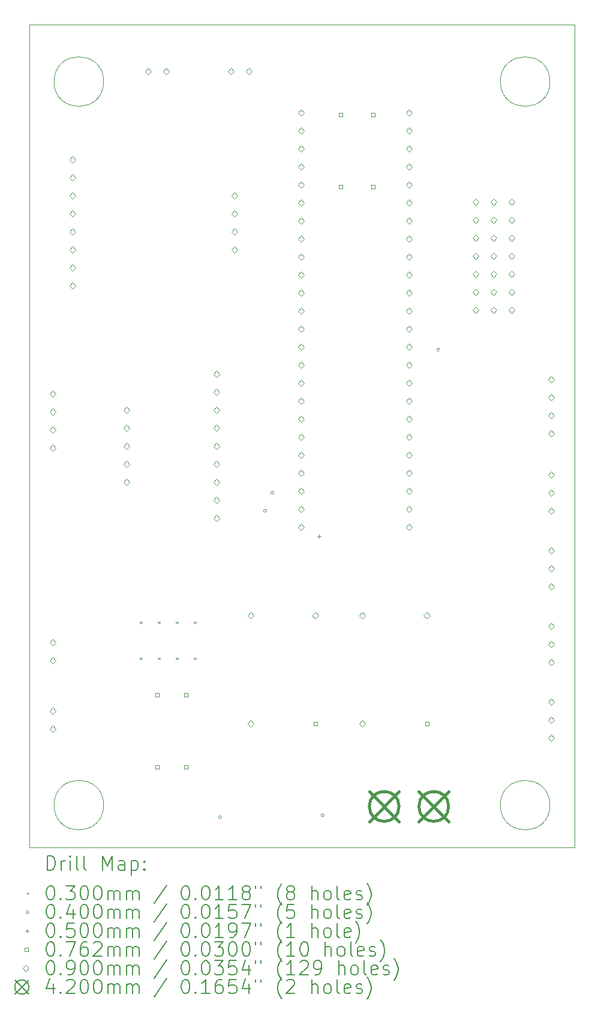
<source format=gbr>
%TF.GenerationSoftware,KiCad,Pcbnew,(6.0.9)*%
%TF.CreationDate,2023-02-25T10:51:09-08:00*%
%TF.ProjectId,FlightBread,466c6967-6874-4427-9265-61642e6b6963,rev?*%
%TF.SameCoordinates,Original*%
%TF.FileFunction,Drillmap*%
%TF.FilePolarity,Positive*%
%FSLAX45Y45*%
G04 Gerber Fmt 4.5, Leading zero omitted, Abs format (unit mm)*
G04 Created by KiCad (PCBNEW (6.0.9)) date 2023-02-25 10:51:09*
%MOMM*%
%LPD*%
G01*
G04 APERTURE LIST*
%ADD10C,0.100000*%
%ADD11C,0.200000*%
%ADD12C,0.030000*%
%ADD13C,0.040000*%
%ADD14C,0.050000*%
%ADD15C,0.076200*%
%ADD16C,0.090000*%
%ADD17C,0.420000*%
G04 APERTURE END LIST*
D10*
X12150000Y-6800000D02*
G75*
G03*
X12150000Y-6800000I-350000J0D01*
G01*
X4800000Y-17600000D02*
X12500000Y-17600000D01*
X12500000Y-17600000D02*
X12500000Y-6000000D01*
X12500000Y-6000000D02*
X4800000Y-6000000D01*
X4800000Y-6000000D02*
X4800000Y-17600000D01*
X12150000Y-17000000D02*
G75*
G03*
X12150000Y-17000000I-350000J0D01*
G01*
X5850000Y-17000000D02*
G75*
G03*
X5850000Y-17000000I-350000J0D01*
G01*
X5850000Y-6800000D02*
G75*
G03*
X5850000Y-6800000I-350000J0D01*
G01*
D11*
D12*
X6360400Y-14412200D02*
X6390400Y-14442200D01*
X6390400Y-14412200D02*
X6360400Y-14442200D01*
X6360400Y-14920200D02*
X6390400Y-14950200D01*
X6390400Y-14920200D02*
X6360400Y-14950200D01*
X6614400Y-14412200D02*
X6644400Y-14442200D01*
X6644400Y-14412200D02*
X6614400Y-14442200D01*
X6614400Y-14920200D02*
X6644400Y-14950200D01*
X6644400Y-14920200D02*
X6614400Y-14950200D01*
X6868400Y-14412200D02*
X6898400Y-14442200D01*
X6898400Y-14412200D02*
X6868400Y-14442200D01*
X6868400Y-14920200D02*
X6898400Y-14950200D01*
X6898400Y-14920200D02*
X6868400Y-14950200D01*
X7122400Y-14412200D02*
X7152400Y-14442200D01*
X7152400Y-14412200D02*
X7122400Y-14442200D01*
X7122400Y-14920200D02*
X7152400Y-14950200D01*
X7152400Y-14920200D02*
X7122400Y-14950200D01*
D13*
X7513000Y-17170400D02*
G75*
G03*
X7513000Y-17170400I-20000J0D01*
G01*
X8148000Y-12852400D02*
G75*
G03*
X8148000Y-12852400I-20000J0D01*
G01*
X8249600Y-12598400D02*
G75*
G03*
X8249600Y-12598400I-20000J0D01*
G01*
X8960800Y-17145000D02*
G75*
G03*
X8960800Y-17145000I-20000J0D01*
G01*
X10594020Y-10579100D02*
G75*
G03*
X10594020Y-10579100I-20000J0D01*
G01*
D14*
X8890000Y-13183000D02*
X8890000Y-13233000D01*
X8865000Y-13208000D02*
X8915000Y-13208000D01*
D15*
X6630941Y-15470141D02*
X6630941Y-15416259D01*
X6577059Y-15416259D01*
X6577059Y-15470141D01*
X6630941Y-15470141D01*
X6630941Y-16486141D02*
X6630941Y-16432259D01*
X6577059Y-16432259D01*
X6577059Y-16486141D01*
X6630941Y-16486141D01*
X7037341Y-15470141D02*
X7037341Y-15416259D01*
X6983459Y-15416259D01*
X6983459Y-15470141D01*
X7037341Y-15470141D01*
X7037341Y-16486141D02*
X7037341Y-16432259D01*
X6983459Y-16432259D01*
X6983459Y-16486141D01*
X7037341Y-16486141D01*
X8864941Y-15876541D02*
X8864941Y-15822659D01*
X8811059Y-15822659D01*
X8811059Y-15876541D01*
X8864941Y-15876541D01*
X9221741Y-7291341D02*
X9221741Y-7237459D01*
X9167859Y-7237459D01*
X9167859Y-7291341D01*
X9221741Y-7291341D01*
X9221741Y-8307341D02*
X9221741Y-8253459D01*
X9167859Y-8253459D01*
X9167859Y-8307341D01*
X9221741Y-8307341D01*
X9678941Y-7291341D02*
X9678941Y-7237459D01*
X9625059Y-7237459D01*
X9625059Y-7291341D01*
X9678941Y-7291341D01*
X9678941Y-8307341D02*
X9678941Y-8253459D01*
X9625059Y-8253459D01*
X9625059Y-8307341D01*
X9678941Y-8307341D01*
X10439741Y-15876541D02*
X10439741Y-15822659D01*
X10385859Y-15822659D01*
X10385859Y-15876541D01*
X10439741Y-15876541D01*
D16*
X5130800Y-11246400D02*
X5175800Y-11201400D01*
X5130800Y-11156400D01*
X5085800Y-11201400D01*
X5130800Y-11246400D01*
X5130800Y-11500400D02*
X5175800Y-11455400D01*
X5130800Y-11410400D01*
X5085800Y-11455400D01*
X5130800Y-11500400D01*
X5130800Y-11754400D02*
X5175800Y-11709400D01*
X5130800Y-11664400D01*
X5085800Y-11709400D01*
X5130800Y-11754400D01*
X5130800Y-12008400D02*
X5175800Y-11963400D01*
X5130800Y-11918400D01*
X5085800Y-11963400D01*
X5130800Y-12008400D01*
X5130800Y-14751600D02*
X5175800Y-14706600D01*
X5130800Y-14661600D01*
X5085800Y-14706600D01*
X5130800Y-14751600D01*
X5130800Y-15005600D02*
X5175800Y-14960600D01*
X5130800Y-14915600D01*
X5085800Y-14960600D01*
X5130800Y-15005600D01*
X5130800Y-15716800D02*
X5175800Y-15671800D01*
X5130800Y-15626800D01*
X5085800Y-15671800D01*
X5130800Y-15716800D01*
X5130800Y-15970800D02*
X5175800Y-15925800D01*
X5130800Y-15880800D01*
X5085800Y-15925800D01*
X5130800Y-15970800D01*
X5410200Y-7944400D02*
X5455200Y-7899400D01*
X5410200Y-7854400D01*
X5365200Y-7899400D01*
X5410200Y-7944400D01*
X5410200Y-8198400D02*
X5455200Y-8153400D01*
X5410200Y-8108400D01*
X5365200Y-8153400D01*
X5410200Y-8198400D01*
X5410200Y-8452400D02*
X5455200Y-8407400D01*
X5410200Y-8362400D01*
X5365200Y-8407400D01*
X5410200Y-8452400D01*
X5410200Y-8706400D02*
X5455200Y-8661400D01*
X5410200Y-8616400D01*
X5365200Y-8661400D01*
X5410200Y-8706400D01*
X5410200Y-8960400D02*
X5455200Y-8915400D01*
X5410200Y-8870400D01*
X5365200Y-8915400D01*
X5410200Y-8960400D01*
X5410200Y-9214400D02*
X5455200Y-9169400D01*
X5410200Y-9124400D01*
X5365200Y-9169400D01*
X5410200Y-9214400D01*
X5410200Y-9468400D02*
X5455200Y-9423400D01*
X5410200Y-9378400D01*
X5365200Y-9423400D01*
X5410200Y-9468400D01*
X5410200Y-9722400D02*
X5455200Y-9677400D01*
X5410200Y-9632400D01*
X5365200Y-9677400D01*
X5410200Y-9722400D01*
X6172200Y-11475000D02*
X6217200Y-11430000D01*
X6172200Y-11385000D01*
X6127200Y-11430000D01*
X6172200Y-11475000D01*
X6172200Y-11729000D02*
X6217200Y-11684000D01*
X6172200Y-11639000D01*
X6127200Y-11684000D01*
X6172200Y-11729000D01*
X6172200Y-11983000D02*
X6217200Y-11938000D01*
X6172200Y-11893000D01*
X6127200Y-11938000D01*
X6172200Y-11983000D01*
X6172200Y-12237000D02*
X6217200Y-12192000D01*
X6172200Y-12147000D01*
X6127200Y-12192000D01*
X6172200Y-12237000D01*
X6172200Y-12491000D02*
X6217200Y-12446000D01*
X6172200Y-12401000D01*
X6127200Y-12446000D01*
X6172200Y-12491000D01*
X6477000Y-6699800D02*
X6522000Y-6654800D01*
X6477000Y-6609800D01*
X6432000Y-6654800D01*
X6477000Y-6699800D01*
X6731000Y-6699800D02*
X6776000Y-6654800D01*
X6731000Y-6609800D01*
X6686000Y-6654800D01*
X6731000Y-6699800D01*
X7442200Y-10967000D02*
X7487200Y-10922000D01*
X7442200Y-10877000D01*
X7397200Y-10922000D01*
X7442200Y-10967000D01*
X7442200Y-11221000D02*
X7487200Y-11176000D01*
X7442200Y-11131000D01*
X7397200Y-11176000D01*
X7442200Y-11221000D01*
X7442200Y-11475000D02*
X7487200Y-11430000D01*
X7442200Y-11385000D01*
X7397200Y-11430000D01*
X7442200Y-11475000D01*
X7442200Y-11729000D02*
X7487200Y-11684000D01*
X7442200Y-11639000D01*
X7397200Y-11684000D01*
X7442200Y-11729000D01*
X7442200Y-11983000D02*
X7487200Y-11938000D01*
X7442200Y-11893000D01*
X7397200Y-11938000D01*
X7442200Y-11983000D01*
X7442200Y-12237000D02*
X7487200Y-12192000D01*
X7442200Y-12147000D01*
X7397200Y-12192000D01*
X7442200Y-12237000D01*
X7442200Y-12491000D02*
X7487200Y-12446000D01*
X7442200Y-12401000D01*
X7397200Y-12446000D01*
X7442200Y-12491000D01*
X7442200Y-12745000D02*
X7487200Y-12700000D01*
X7442200Y-12655000D01*
X7397200Y-12700000D01*
X7442200Y-12745000D01*
X7442200Y-12999000D02*
X7487200Y-12954000D01*
X7442200Y-12909000D01*
X7397200Y-12954000D01*
X7442200Y-12999000D01*
X7645400Y-6699800D02*
X7690400Y-6654800D01*
X7645400Y-6609800D01*
X7600400Y-6654800D01*
X7645400Y-6699800D01*
X7696200Y-8452400D02*
X7741200Y-8407400D01*
X7696200Y-8362400D01*
X7651200Y-8407400D01*
X7696200Y-8452400D01*
X7696200Y-8706400D02*
X7741200Y-8661400D01*
X7696200Y-8616400D01*
X7651200Y-8661400D01*
X7696200Y-8706400D01*
X7696200Y-8960400D02*
X7741200Y-8915400D01*
X7696200Y-8870400D01*
X7651200Y-8915400D01*
X7696200Y-8960400D01*
X7696200Y-9214400D02*
X7741200Y-9169400D01*
X7696200Y-9124400D01*
X7651200Y-9169400D01*
X7696200Y-9214400D01*
X7899400Y-6699800D02*
X7944400Y-6654800D01*
X7899400Y-6609800D01*
X7854400Y-6654800D01*
X7899400Y-6699800D01*
X7926000Y-14370600D02*
X7971000Y-14325600D01*
X7926000Y-14280600D01*
X7881000Y-14325600D01*
X7926000Y-14370600D01*
X7926000Y-15894600D02*
X7971000Y-15849600D01*
X7926000Y-15804600D01*
X7881000Y-15849600D01*
X7926000Y-15894600D01*
X8636000Y-7284000D02*
X8681000Y-7239000D01*
X8636000Y-7194000D01*
X8591000Y-7239000D01*
X8636000Y-7284000D01*
X8636000Y-7538000D02*
X8681000Y-7493000D01*
X8636000Y-7448000D01*
X8591000Y-7493000D01*
X8636000Y-7538000D01*
X8636000Y-7792000D02*
X8681000Y-7747000D01*
X8636000Y-7702000D01*
X8591000Y-7747000D01*
X8636000Y-7792000D01*
X8636000Y-8046000D02*
X8681000Y-8001000D01*
X8636000Y-7956000D01*
X8591000Y-8001000D01*
X8636000Y-8046000D01*
X8636000Y-8300000D02*
X8681000Y-8255000D01*
X8636000Y-8210000D01*
X8591000Y-8255000D01*
X8636000Y-8300000D01*
X8636000Y-8554000D02*
X8681000Y-8509000D01*
X8636000Y-8464000D01*
X8591000Y-8509000D01*
X8636000Y-8554000D01*
X8636000Y-8808000D02*
X8681000Y-8763000D01*
X8636000Y-8718000D01*
X8591000Y-8763000D01*
X8636000Y-8808000D01*
X8636000Y-9062000D02*
X8681000Y-9017000D01*
X8636000Y-8972000D01*
X8591000Y-9017000D01*
X8636000Y-9062000D01*
X8636000Y-9316000D02*
X8681000Y-9271000D01*
X8636000Y-9226000D01*
X8591000Y-9271000D01*
X8636000Y-9316000D01*
X8636000Y-9570000D02*
X8681000Y-9525000D01*
X8636000Y-9480000D01*
X8591000Y-9525000D01*
X8636000Y-9570000D01*
X8636000Y-9824000D02*
X8681000Y-9779000D01*
X8636000Y-9734000D01*
X8591000Y-9779000D01*
X8636000Y-9824000D01*
X8636000Y-10078000D02*
X8681000Y-10033000D01*
X8636000Y-9988000D01*
X8591000Y-10033000D01*
X8636000Y-10078000D01*
X8636000Y-10332000D02*
X8681000Y-10287000D01*
X8636000Y-10242000D01*
X8591000Y-10287000D01*
X8636000Y-10332000D01*
X8636000Y-10586000D02*
X8681000Y-10541000D01*
X8636000Y-10496000D01*
X8591000Y-10541000D01*
X8636000Y-10586000D01*
X8636000Y-10840000D02*
X8681000Y-10795000D01*
X8636000Y-10750000D01*
X8591000Y-10795000D01*
X8636000Y-10840000D01*
X8636000Y-11094000D02*
X8681000Y-11049000D01*
X8636000Y-11004000D01*
X8591000Y-11049000D01*
X8636000Y-11094000D01*
X8636000Y-11348000D02*
X8681000Y-11303000D01*
X8636000Y-11258000D01*
X8591000Y-11303000D01*
X8636000Y-11348000D01*
X8636000Y-11602000D02*
X8681000Y-11557000D01*
X8636000Y-11512000D01*
X8591000Y-11557000D01*
X8636000Y-11602000D01*
X8636000Y-11856000D02*
X8681000Y-11811000D01*
X8636000Y-11766000D01*
X8591000Y-11811000D01*
X8636000Y-11856000D01*
X8636000Y-12110000D02*
X8681000Y-12065000D01*
X8636000Y-12020000D01*
X8591000Y-12065000D01*
X8636000Y-12110000D01*
X8636000Y-12364000D02*
X8681000Y-12319000D01*
X8636000Y-12274000D01*
X8591000Y-12319000D01*
X8636000Y-12364000D01*
X8636000Y-12618000D02*
X8681000Y-12573000D01*
X8636000Y-12528000D01*
X8591000Y-12573000D01*
X8636000Y-12618000D01*
X8636000Y-12872000D02*
X8681000Y-12827000D01*
X8636000Y-12782000D01*
X8591000Y-12827000D01*
X8636000Y-12872000D01*
X8636000Y-13126000D02*
X8681000Y-13081000D01*
X8636000Y-13036000D01*
X8591000Y-13081000D01*
X8636000Y-13126000D01*
X8838000Y-14370600D02*
X8883000Y-14325600D01*
X8838000Y-14280600D01*
X8793000Y-14325600D01*
X8838000Y-14370600D01*
X9500800Y-14370600D02*
X9545800Y-14325600D01*
X9500800Y-14280600D01*
X9455800Y-14325600D01*
X9500800Y-14370600D01*
X9500800Y-15894600D02*
X9545800Y-15849600D01*
X9500800Y-15804600D01*
X9455800Y-15849600D01*
X9500800Y-15894600D01*
X10160000Y-7284000D02*
X10205000Y-7239000D01*
X10160000Y-7194000D01*
X10115000Y-7239000D01*
X10160000Y-7284000D01*
X10160000Y-7538000D02*
X10205000Y-7493000D01*
X10160000Y-7448000D01*
X10115000Y-7493000D01*
X10160000Y-7538000D01*
X10160000Y-7792000D02*
X10205000Y-7747000D01*
X10160000Y-7702000D01*
X10115000Y-7747000D01*
X10160000Y-7792000D01*
X10160000Y-8046000D02*
X10205000Y-8001000D01*
X10160000Y-7956000D01*
X10115000Y-8001000D01*
X10160000Y-8046000D01*
X10160000Y-8300000D02*
X10205000Y-8255000D01*
X10160000Y-8210000D01*
X10115000Y-8255000D01*
X10160000Y-8300000D01*
X10160000Y-8554000D02*
X10205000Y-8509000D01*
X10160000Y-8464000D01*
X10115000Y-8509000D01*
X10160000Y-8554000D01*
X10160000Y-8808000D02*
X10205000Y-8763000D01*
X10160000Y-8718000D01*
X10115000Y-8763000D01*
X10160000Y-8808000D01*
X10160000Y-9062000D02*
X10205000Y-9017000D01*
X10160000Y-8972000D01*
X10115000Y-9017000D01*
X10160000Y-9062000D01*
X10160000Y-9316000D02*
X10205000Y-9271000D01*
X10160000Y-9226000D01*
X10115000Y-9271000D01*
X10160000Y-9316000D01*
X10160000Y-9570000D02*
X10205000Y-9525000D01*
X10160000Y-9480000D01*
X10115000Y-9525000D01*
X10160000Y-9570000D01*
X10160000Y-9824000D02*
X10205000Y-9779000D01*
X10160000Y-9734000D01*
X10115000Y-9779000D01*
X10160000Y-9824000D01*
X10160000Y-10078000D02*
X10205000Y-10033000D01*
X10160000Y-9988000D01*
X10115000Y-10033000D01*
X10160000Y-10078000D01*
X10160000Y-10332000D02*
X10205000Y-10287000D01*
X10160000Y-10242000D01*
X10115000Y-10287000D01*
X10160000Y-10332000D01*
X10160000Y-10586000D02*
X10205000Y-10541000D01*
X10160000Y-10496000D01*
X10115000Y-10541000D01*
X10160000Y-10586000D01*
X10160000Y-10840000D02*
X10205000Y-10795000D01*
X10160000Y-10750000D01*
X10115000Y-10795000D01*
X10160000Y-10840000D01*
X10160000Y-11094000D02*
X10205000Y-11049000D01*
X10160000Y-11004000D01*
X10115000Y-11049000D01*
X10160000Y-11094000D01*
X10160000Y-11348000D02*
X10205000Y-11303000D01*
X10160000Y-11258000D01*
X10115000Y-11303000D01*
X10160000Y-11348000D01*
X10160000Y-11602000D02*
X10205000Y-11557000D01*
X10160000Y-11512000D01*
X10115000Y-11557000D01*
X10160000Y-11602000D01*
X10160000Y-11856000D02*
X10205000Y-11811000D01*
X10160000Y-11766000D01*
X10115000Y-11811000D01*
X10160000Y-11856000D01*
X10160000Y-12110000D02*
X10205000Y-12065000D01*
X10160000Y-12020000D01*
X10115000Y-12065000D01*
X10160000Y-12110000D01*
X10160000Y-12364000D02*
X10205000Y-12319000D01*
X10160000Y-12274000D01*
X10115000Y-12319000D01*
X10160000Y-12364000D01*
X10160000Y-12618000D02*
X10205000Y-12573000D01*
X10160000Y-12528000D01*
X10115000Y-12573000D01*
X10160000Y-12618000D01*
X10160000Y-12872000D02*
X10205000Y-12827000D01*
X10160000Y-12782000D01*
X10115000Y-12827000D01*
X10160000Y-12872000D01*
X10160000Y-13126000D02*
X10205000Y-13081000D01*
X10160000Y-13036000D01*
X10115000Y-13081000D01*
X10160000Y-13126000D01*
X10412800Y-14370600D02*
X10457800Y-14325600D01*
X10412800Y-14280600D01*
X10367800Y-14325600D01*
X10412800Y-14370600D01*
X11099943Y-8541300D02*
X11144943Y-8496300D01*
X11099943Y-8451300D01*
X11054943Y-8496300D01*
X11099943Y-8541300D01*
X11099943Y-8795300D02*
X11144943Y-8750300D01*
X11099943Y-8705300D01*
X11054943Y-8750300D01*
X11099943Y-8795300D01*
X11099943Y-9049300D02*
X11144943Y-9004300D01*
X11099943Y-8959300D01*
X11054943Y-9004300D01*
X11099943Y-9049300D01*
X11099943Y-9303300D02*
X11144943Y-9258300D01*
X11099943Y-9213300D01*
X11054943Y-9258300D01*
X11099943Y-9303300D01*
X11099943Y-9557300D02*
X11144943Y-9512300D01*
X11099943Y-9467300D01*
X11054943Y-9512300D01*
X11099943Y-9557300D01*
X11099943Y-9811300D02*
X11144943Y-9766300D01*
X11099943Y-9721300D01*
X11054943Y-9766300D01*
X11099943Y-9811300D01*
X11099943Y-10065300D02*
X11144943Y-10020300D01*
X11099943Y-9975300D01*
X11054943Y-10020300D01*
X11099943Y-10065300D01*
X11353942Y-8541300D02*
X11398942Y-8496300D01*
X11353942Y-8451300D01*
X11308942Y-8496300D01*
X11353942Y-8541300D01*
X11353942Y-8795300D02*
X11398942Y-8750300D01*
X11353942Y-8705300D01*
X11308942Y-8750300D01*
X11353942Y-8795300D01*
X11353942Y-9049300D02*
X11398942Y-9004300D01*
X11353942Y-8959300D01*
X11308942Y-9004300D01*
X11353942Y-9049300D01*
X11353942Y-9303300D02*
X11398942Y-9258300D01*
X11353942Y-9213300D01*
X11308942Y-9258300D01*
X11353942Y-9303300D01*
X11353942Y-9557300D02*
X11398942Y-9512300D01*
X11353942Y-9467300D01*
X11308942Y-9512300D01*
X11353942Y-9557300D01*
X11353942Y-9811300D02*
X11398942Y-9766300D01*
X11353942Y-9721300D01*
X11308942Y-9766300D01*
X11353942Y-9811300D01*
X11353942Y-10065300D02*
X11398942Y-10020300D01*
X11353942Y-9975300D01*
X11308942Y-10020300D01*
X11353942Y-10065300D01*
X11607942Y-8541300D02*
X11652942Y-8496300D01*
X11607942Y-8451300D01*
X11562942Y-8496300D01*
X11607942Y-8541300D01*
X11607942Y-8795300D02*
X11652942Y-8750300D01*
X11607942Y-8705300D01*
X11562942Y-8750300D01*
X11607942Y-8795300D01*
X11607942Y-9049300D02*
X11652942Y-9004300D01*
X11607942Y-8959300D01*
X11562942Y-9004300D01*
X11607942Y-9049300D01*
X11607942Y-9303300D02*
X11652942Y-9258300D01*
X11607942Y-9213300D01*
X11562942Y-9258300D01*
X11607942Y-9303300D01*
X11607942Y-9557300D02*
X11652942Y-9512300D01*
X11607942Y-9467300D01*
X11562942Y-9512300D01*
X11607942Y-9557300D01*
X11607942Y-9811300D02*
X11652942Y-9766300D01*
X11607942Y-9721300D01*
X11562942Y-9766300D01*
X11607942Y-9811300D01*
X11607942Y-10065300D02*
X11652942Y-10020300D01*
X11607942Y-9975300D01*
X11562942Y-10020300D01*
X11607942Y-10065300D01*
X12166600Y-11043200D02*
X12211600Y-10998200D01*
X12166600Y-10953200D01*
X12121600Y-10998200D01*
X12166600Y-11043200D01*
X12166600Y-11297200D02*
X12211600Y-11252200D01*
X12166600Y-11207200D01*
X12121600Y-11252200D01*
X12166600Y-11297200D01*
X12166600Y-11551200D02*
X12211600Y-11506200D01*
X12166600Y-11461200D01*
X12121600Y-11506200D01*
X12166600Y-11551200D01*
X12166600Y-11805200D02*
X12211600Y-11760200D01*
X12166600Y-11715200D01*
X12121600Y-11760200D01*
X12166600Y-11805200D01*
X12166600Y-12389400D02*
X12211600Y-12344400D01*
X12166600Y-12299400D01*
X12121600Y-12344400D01*
X12166600Y-12389400D01*
X12166600Y-12643400D02*
X12211600Y-12598400D01*
X12166600Y-12553400D01*
X12121600Y-12598400D01*
X12166600Y-12643400D01*
X12166600Y-12897400D02*
X12211600Y-12852400D01*
X12166600Y-12807400D01*
X12121600Y-12852400D01*
X12166600Y-12897400D01*
X12166600Y-13456200D02*
X12211600Y-13411200D01*
X12166600Y-13366200D01*
X12121600Y-13411200D01*
X12166600Y-13456200D01*
X12166600Y-13710200D02*
X12211600Y-13665200D01*
X12166600Y-13620200D01*
X12121600Y-13665200D01*
X12166600Y-13710200D01*
X12166600Y-13964200D02*
X12211600Y-13919200D01*
X12166600Y-13874200D01*
X12121600Y-13919200D01*
X12166600Y-13964200D01*
X12166600Y-14523000D02*
X12211600Y-14478000D01*
X12166600Y-14433000D01*
X12121600Y-14478000D01*
X12166600Y-14523000D01*
X12166600Y-14777000D02*
X12211600Y-14732000D01*
X12166600Y-14687000D01*
X12121600Y-14732000D01*
X12166600Y-14777000D01*
X12166600Y-15031000D02*
X12211600Y-14986000D01*
X12166600Y-14941000D01*
X12121600Y-14986000D01*
X12166600Y-15031000D01*
X12166600Y-15589800D02*
X12211600Y-15544800D01*
X12166600Y-15499800D01*
X12121600Y-15544800D01*
X12166600Y-15589800D01*
X12166600Y-15843800D02*
X12211600Y-15798800D01*
X12166600Y-15753800D01*
X12121600Y-15798800D01*
X12166600Y-15843800D01*
X12166600Y-16097800D02*
X12211600Y-16052800D01*
X12166600Y-16007800D01*
X12121600Y-16052800D01*
X12166600Y-16097800D01*
D17*
X9600000Y-16808000D02*
X10020000Y-17228000D01*
X10020000Y-16808000D02*
X9600000Y-17228000D01*
X10020000Y-17018000D02*
G75*
G03*
X10020000Y-17018000I-210000J0D01*
G01*
X10300000Y-16808000D02*
X10720000Y-17228000D01*
X10720000Y-16808000D02*
X10300000Y-17228000D01*
X10720000Y-17018000D02*
G75*
G03*
X10720000Y-17018000I-210000J0D01*
G01*
D11*
X5052619Y-17915476D02*
X5052619Y-17715476D01*
X5100238Y-17715476D01*
X5128810Y-17725000D01*
X5147857Y-17744048D01*
X5157381Y-17763095D01*
X5166905Y-17801190D01*
X5166905Y-17829762D01*
X5157381Y-17867857D01*
X5147857Y-17886905D01*
X5128810Y-17905952D01*
X5100238Y-17915476D01*
X5052619Y-17915476D01*
X5252619Y-17915476D02*
X5252619Y-17782143D01*
X5252619Y-17820238D02*
X5262143Y-17801190D01*
X5271667Y-17791667D01*
X5290714Y-17782143D01*
X5309762Y-17782143D01*
X5376429Y-17915476D02*
X5376429Y-17782143D01*
X5376429Y-17715476D02*
X5366905Y-17725000D01*
X5376429Y-17734524D01*
X5385952Y-17725000D01*
X5376429Y-17715476D01*
X5376429Y-17734524D01*
X5500238Y-17915476D02*
X5481190Y-17905952D01*
X5471667Y-17886905D01*
X5471667Y-17715476D01*
X5605000Y-17915476D02*
X5585952Y-17905952D01*
X5576429Y-17886905D01*
X5576429Y-17715476D01*
X5833571Y-17915476D02*
X5833571Y-17715476D01*
X5900238Y-17858333D01*
X5966905Y-17715476D01*
X5966905Y-17915476D01*
X6147857Y-17915476D02*
X6147857Y-17810714D01*
X6138333Y-17791667D01*
X6119286Y-17782143D01*
X6081190Y-17782143D01*
X6062143Y-17791667D01*
X6147857Y-17905952D02*
X6128809Y-17915476D01*
X6081190Y-17915476D01*
X6062143Y-17905952D01*
X6052619Y-17886905D01*
X6052619Y-17867857D01*
X6062143Y-17848810D01*
X6081190Y-17839286D01*
X6128809Y-17839286D01*
X6147857Y-17829762D01*
X6243095Y-17782143D02*
X6243095Y-17982143D01*
X6243095Y-17791667D02*
X6262143Y-17782143D01*
X6300238Y-17782143D01*
X6319286Y-17791667D01*
X6328809Y-17801190D01*
X6338333Y-17820238D01*
X6338333Y-17877381D01*
X6328809Y-17896429D01*
X6319286Y-17905952D01*
X6300238Y-17915476D01*
X6262143Y-17915476D01*
X6243095Y-17905952D01*
X6424048Y-17896429D02*
X6433571Y-17905952D01*
X6424048Y-17915476D01*
X6414524Y-17905952D01*
X6424048Y-17896429D01*
X6424048Y-17915476D01*
X6424048Y-17791667D02*
X6433571Y-17801190D01*
X6424048Y-17810714D01*
X6414524Y-17801190D01*
X6424048Y-17791667D01*
X6424048Y-17810714D01*
D12*
X4765000Y-18230000D02*
X4795000Y-18260000D01*
X4795000Y-18230000D02*
X4765000Y-18260000D01*
D11*
X5090714Y-18135476D02*
X5109762Y-18135476D01*
X5128810Y-18145000D01*
X5138333Y-18154524D01*
X5147857Y-18173571D01*
X5157381Y-18211667D01*
X5157381Y-18259286D01*
X5147857Y-18297381D01*
X5138333Y-18316429D01*
X5128810Y-18325952D01*
X5109762Y-18335476D01*
X5090714Y-18335476D01*
X5071667Y-18325952D01*
X5062143Y-18316429D01*
X5052619Y-18297381D01*
X5043095Y-18259286D01*
X5043095Y-18211667D01*
X5052619Y-18173571D01*
X5062143Y-18154524D01*
X5071667Y-18145000D01*
X5090714Y-18135476D01*
X5243095Y-18316429D02*
X5252619Y-18325952D01*
X5243095Y-18335476D01*
X5233571Y-18325952D01*
X5243095Y-18316429D01*
X5243095Y-18335476D01*
X5319286Y-18135476D02*
X5443095Y-18135476D01*
X5376429Y-18211667D01*
X5405000Y-18211667D01*
X5424048Y-18221190D01*
X5433571Y-18230714D01*
X5443095Y-18249762D01*
X5443095Y-18297381D01*
X5433571Y-18316429D01*
X5424048Y-18325952D01*
X5405000Y-18335476D01*
X5347857Y-18335476D01*
X5328810Y-18325952D01*
X5319286Y-18316429D01*
X5566905Y-18135476D02*
X5585952Y-18135476D01*
X5605000Y-18145000D01*
X5614524Y-18154524D01*
X5624048Y-18173571D01*
X5633571Y-18211667D01*
X5633571Y-18259286D01*
X5624048Y-18297381D01*
X5614524Y-18316429D01*
X5605000Y-18325952D01*
X5585952Y-18335476D01*
X5566905Y-18335476D01*
X5547857Y-18325952D01*
X5538333Y-18316429D01*
X5528810Y-18297381D01*
X5519286Y-18259286D01*
X5519286Y-18211667D01*
X5528810Y-18173571D01*
X5538333Y-18154524D01*
X5547857Y-18145000D01*
X5566905Y-18135476D01*
X5757381Y-18135476D02*
X5776428Y-18135476D01*
X5795476Y-18145000D01*
X5805000Y-18154524D01*
X5814524Y-18173571D01*
X5824048Y-18211667D01*
X5824048Y-18259286D01*
X5814524Y-18297381D01*
X5805000Y-18316429D01*
X5795476Y-18325952D01*
X5776428Y-18335476D01*
X5757381Y-18335476D01*
X5738333Y-18325952D01*
X5728809Y-18316429D01*
X5719286Y-18297381D01*
X5709762Y-18259286D01*
X5709762Y-18211667D01*
X5719286Y-18173571D01*
X5728809Y-18154524D01*
X5738333Y-18145000D01*
X5757381Y-18135476D01*
X5909762Y-18335476D02*
X5909762Y-18202143D01*
X5909762Y-18221190D02*
X5919286Y-18211667D01*
X5938333Y-18202143D01*
X5966905Y-18202143D01*
X5985952Y-18211667D01*
X5995476Y-18230714D01*
X5995476Y-18335476D01*
X5995476Y-18230714D02*
X6005000Y-18211667D01*
X6024048Y-18202143D01*
X6052619Y-18202143D01*
X6071667Y-18211667D01*
X6081190Y-18230714D01*
X6081190Y-18335476D01*
X6176428Y-18335476D02*
X6176428Y-18202143D01*
X6176428Y-18221190D02*
X6185952Y-18211667D01*
X6205000Y-18202143D01*
X6233571Y-18202143D01*
X6252619Y-18211667D01*
X6262143Y-18230714D01*
X6262143Y-18335476D01*
X6262143Y-18230714D02*
X6271667Y-18211667D01*
X6290714Y-18202143D01*
X6319286Y-18202143D01*
X6338333Y-18211667D01*
X6347857Y-18230714D01*
X6347857Y-18335476D01*
X6738333Y-18125952D02*
X6566905Y-18383095D01*
X6995476Y-18135476D02*
X7014524Y-18135476D01*
X7033571Y-18145000D01*
X7043095Y-18154524D01*
X7052619Y-18173571D01*
X7062143Y-18211667D01*
X7062143Y-18259286D01*
X7052619Y-18297381D01*
X7043095Y-18316429D01*
X7033571Y-18325952D01*
X7014524Y-18335476D01*
X6995476Y-18335476D01*
X6976428Y-18325952D01*
X6966905Y-18316429D01*
X6957381Y-18297381D01*
X6947857Y-18259286D01*
X6947857Y-18211667D01*
X6957381Y-18173571D01*
X6966905Y-18154524D01*
X6976428Y-18145000D01*
X6995476Y-18135476D01*
X7147857Y-18316429D02*
X7157381Y-18325952D01*
X7147857Y-18335476D01*
X7138333Y-18325952D01*
X7147857Y-18316429D01*
X7147857Y-18335476D01*
X7281190Y-18135476D02*
X7300238Y-18135476D01*
X7319286Y-18145000D01*
X7328809Y-18154524D01*
X7338333Y-18173571D01*
X7347857Y-18211667D01*
X7347857Y-18259286D01*
X7338333Y-18297381D01*
X7328809Y-18316429D01*
X7319286Y-18325952D01*
X7300238Y-18335476D01*
X7281190Y-18335476D01*
X7262143Y-18325952D01*
X7252619Y-18316429D01*
X7243095Y-18297381D01*
X7233571Y-18259286D01*
X7233571Y-18211667D01*
X7243095Y-18173571D01*
X7252619Y-18154524D01*
X7262143Y-18145000D01*
X7281190Y-18135476D01*
X7538333Y-18335476D02*
X7424048Y-18335476D01*
X7481190Y-18335476D02*
X7481190Y-18135476D01*
X7462143Y-18164048D01*
X7443095Y-18183095D01*
X7424048Y-18192619D01*
X7728809Y-18335476D02*
X7614524Y-18335476D01*
X7671667Y-18335476D02*
X7671667Y-18135476D01*
X7652619Y-18164048D01*
X7633571Y-18183095D01*
X7614524Y-18192619D01*
X7843095Y-18221190D02*
X7824048Y-18211667D01*
X7814524Y-18202143D01*
X7805000Y-18183095D01*
X7805000Y-18173571D01*
X7814524Y-18154524D01*
X7824048Y-18145000D01*
X7843095Y-18135476D01*
X7881190Y-18135476D01*
X7900238Y-18145000D01*
X7909762Y-18154524D01*
X7919286Y-18173571D01*
X7919286Y-18183095D01*
X7909762Y-18202143D01*
X7900238Y-18211667D01*
X7881190Y-18221190D01*
X7843095Y-18221190D01*
X7824048Y-18230714D01*
X7814524Y-18240238D01*
X7805000Y-18259286D01*
X7805000Y-18297381D01*
X7814524Y-18316429D01*
X7824048Y-18325952D01*
X7843095Y-18335476D01*
X7881190Y-18335476D01*
X7900238Y-18325952D01*
X7909762Y-18316429D01*
X7919286Y-18297381D01*
X7919286Y-18259286D01*
X7909762Y-18240238D01*
X7900238Y-18230714D01*
X7881190Y-18221190D01*
X7995476Y-18135476D02*
X7995476Y-18173571D01*
X8071667Y-18135476D02*
X8071667Y-18173571D01*
X8366905Y-18411667D02*
X8357381Y-18402143D01*
X8338333Y-18373571D01*
X8328809Y-18354524D01*
X8319286Y-18325952D01*
X8309762Y-18278333D01*
X8309762Y-18240238D01*
X8319286Y-18192619D01*
X8328809Y-18164048D01*
X8338333Y-18145000D01*
X8357381Y-18116429D01*
X8366905Y-18106905D01*
X8471667Y-18221190D02*
X8452619Y-18211667D01*
X8443095Y-18202143D01*
X8433571Y-18183095D01*
X8433571Y-18173571D01*
X8443095Y-18154524D01*
X8452619Y-18145000D01*
X8471667Y-18135476D01*
X8509762Y-18135476D01*
X8528810Y-18145000D01*
X8538333Y-18154524D01*
X8547857Y-18173571D01*
X8547857Y-18183095D01*
X8538333Y-18202143D01*
X8528810Y-18211667D01*
X8509762Y-18221190D01*
X8471667Y-18221190D01*
X8452619Y-18230714D01*
X8443095Y-18240238D01*
X8433571Y-18259286D01*
X8433571Y-18297381D01*
X8443095Y-18316429D01*
X8452619Y-18325952D01*
X8471667Y-18335476D01*
X8509762Y-18335476D01*
X8528810Y-18325952D01*
X8538333Y-18316429D01*
X8547857Y-18297381D01*
X8547857Y-18259286D01*
X8538333Y-18240238D01*
X8528810Y-18230714D01*
X8509762Y-18221190D01*
X8785952Y-18335476D02*
X8785952Y-18135476D01*
X8871667Y-18335476D02*
X8871667Y-18230714D01*
X8862143Y-18211667D01*
X8843095Y-18202143D01*
X8814524Y-18202143D01*
X8795476Y-18211667D01*
X8785952Y-18221190D01*
X8995476Y-18335476D02*
X8976429Y-18325952D01*
X8966905Y-18316429D01*
X8957381Y-18297381D01*
X8957381Y-18240238D01*
X8966905Y-18221190D01*
X8976429Y-18211667D01*
X8995476Y-18202143D01*
X9024048Y-18202143D01*
X9043095Y-18211667D01*
X9052619Y-18221190D01*
X9062143Y-18240238D01*
X9062143Y-18297381D01*
X9052619Y-18316429D01*
X9043095Y-18325952D01*
X9024048Y-18335476D01*
X8995476Y-18335476D01*
X9176429Y-18335476D02*
X9157381Y-18325952D01*
X9147857Y-18306905D01*
X9147857Y-18135476D01*
X9328810Y-18325952D02*
X9309762Y-18335476D01*
X9271667Y-18335476D01*
X9252619Y-18325952D01*
X9243095Y-18306905D01*
X9243095Y-18230714D01*
X9252619Y-18211667D01*
X9271667Y-18202143D01*
X9309762Y-18202143D01*
X9328810Y-18211667D01*
X9338333Y-18230714D01*
X9338333Y-18249762D01*
X9243095Y-18268810D01*
X9414524Y-18325952D02*
X9433571Y-18335476D01*
X9471667Y-18335476D01*
X9490714Y-18325952D01*
X9500238Y-18306905D01*
X9500238Y-18297381D01*
X9490714Y-18278333D01*
X9471667Y-18268810D01*
X9443095Y-18268810D01*
X9424048Y-18259286D01*
X9414524Y-18240238D01*
X9414524Y-18230714D01*
X9424048Y-18211667D01*
X9443095Y-18202143D01*
X9471667Y-18202143D01*
X9490714Y-18211667D01*
X9566905Y-18411667D02*
X9576429Y-18402143D01*
X9595476Y-18373571D01*
X9605000Y-18354524D01*
X9614524Y-18325952D01*
X9624048Y-18278333D01*
X9624048Y-18240238D01*
X9614524Y-18192619D01*
X9605000Y-18164048D01*
X9595476Y-18145000D01*
X9576429Y-18116429D01*
X9566905Y-18106905D01*
D13*
X4795000Y-18509000D02*
G75*
G03*
X4795000Y-18509000I-20000J0D01*
G01*
D11*
X5090714Y-18399476D02*
X5109762Y-18399476D01*
X5128810Y-18409000D01*
X5138333Y-18418524D01*
X5147857Y-18437571D01*
X5157381Y-18475667D01*
X5157381Y-18523286D01*
X5147857Y-18561381D01*
X5138333Y-18580429D01*
X5128810Y-18589952D01*
X5109762Y-18599476D01*
X5090714Y-18599476D01*
X5071667Y-18589952D01*
X5062143Y-18580429D01*
X5052619Y-18561381D01*
X5043095Y-18523286D01*
X5043095Y-18475667D01*
X5052619Y-18437571D01*
X5062143Y-18418524D01*
X5071667Y-18409000D01*
X5090714Y-18399476D01*
X5243095Y-18580429D02*
X5252619Y-18589952D01*
X5243095Y-18599476D01*
X5233571Y-18589952D01*
X5243095Y-18580429D01*
X5243095Y-18599476D01*
X5424048Y-18466143D02*
X5424048Y-18599476D01*
X5376429Y-18389952D02*
X5328810Y-18532810D01*
X5452619Y-18532810D01*
X5566905Y-18399476D02*
X5585952Y-18399476D01*
X5605000Y-18409000D01*
X5614524Y-18418524D01*
X5624048Y-18437571D01*
X5633571Y-18475667D01*
X5633571Y-18523286D01*
X5624048Y-18561381D01*
X5614524Y-18580429D01*
X5605000Y-18589952D01*
X5585952Y-18599476D01*
X5566905Y-18599476D01*
X5547857Y-18589952D01*
X5538333Y-18580429D01*
X5528810Y-18561381D01*
X5519286Y-18523286D01*
X5519286Y-18475667D01*
X5528810Y-18437571D01*
X5538333Y-18418524D01*
X5547857Y-18409000D01*
X5566905Y-18399476D01*
X5757381Y-18399476D02*
X5776428Y-18399476D01*
X5795476Y-18409000D01*
X5805000Y-18418524D01*
X5814524Y-18437571D01*
X5824048Y-18475667D01*
X5824048Y-18523286D01*
X5814524Y-18561381D01*
X5805000Y-18580429D01*
X5795476Y-18589952D01*
X5776428Y-18599476D01*
X5757381Y-18599476D01*
X5738333Y-18589952D01*
X5728809Y-18580429D01*
X5719286Y-18561381D01*
X5709762Y-18523286D01*
X5709762Y-18475667D01*
X5719286Y-18437571D01*
X5728809Y-18418524D01*
X5738333Y-18409000D01*
X5757381Y-18399476D01*
X5909762Y-18599476D02*
X5909762Y-18466143D01*
X5909762Y-18485190D02*
X5919286Y-18475667D01*
X5938333Y-18466143D01*
X5966905Y-18466143D01*
X5985952Y-18475667D01*
X5995476Y-18494714D01*
X5995476Y-18599476D01*
X5995476Y-18494714D02*
X6005000Y-18475667D01*
X6024048Y-18466143D01*
X6052619Y-18466143D01*
X6071667Y-18475667D01*
X6081190Y-18494714D01*
X6081190Y-18599476D01*
X6176428Y-18599476D02*
X6176428Y-18466143D01*
X6176428Y-18485190D02*
X6185952Y-18475667D01*
X6205000Y-18466143D01*
X6233571Y-18466143D01*
X6252619Y-18475667D01*
X6262143Y-18494714D01*
X6262143Y-18599476D01*
X6262143Y-18494714D02*
X6271667Y-18475667D01*
X6290714Y-18466143D01*
X6319286Y-18466143D01*
X6338333Y-18475667D01*
X6347857Y-18494714D01*
X6347857Y-18599476D01*
X6738333Y-18389952D02*
X6566905Y-18647095D01*
X6995476Y-18399476D02*
X7014524Y-18399476D01*
X7033571Y-18409000D01*
X7043095Y-18418524D01*
X7052619Y-18437571D01*
X7062143Y-18475667D01*
X7062143Y-18523286D01*
X7052619Y-18561381D01*
X7043095Y-18580429D01*
X7033571Y-18589952D01*
X7014524Y-18599476D01*
X6995476Y-18599476D01*
X6976428Y-18589952D01*
X6966905Y-18580429D01*
X6957381Y-18561381D01*
X6947857Y-18523286D01*
X6947857Y-18475667D01*
X6957381Y-18437571D01*
X6966905Y-18418524D01*
X6976428Y-18409000D01*
X6995476Y-18399476D01*
X7147857Y-18580429D02*
X7157381Y-18589952D01*
X7147857Y-18599476D01*
X7138333Y-18589952D01*
X7147857Y-18580429D01*
X7147857Y-18599476D01*
X7281190Y-18399476D02*
X7300238Y-18399476D01*
X7319286Y-18409000D01*
X7328809Y-18418524D01*
X7338333Y-18437571D01*
X7347857Y-18475667D01*
X7347857Y-18523286D01*
X7338333Y-18561381D01*
X7328809Y-18580429D01*
X7319286Y-18589952D01*
X7300238Y-18599476D01*
X7281190Y-18599476D01*
X7262143Y-18589952D01*
X7252619Y-18580429D01*
X7243095Y-18561381D01*
X7233571Y-18523286D01*
X7233571Y-18475667D01*
X7243095Y-18437571D01*
X7252619Y-18418524D01*
X7262143Y-18409000D01*
X7281190Y-18399476D01*
X7538333Y-18599476D02*
X7424048Y-18599476D01*
X7481190Y-18599476D02*
X7481190Y-18399476D01*
X7462143Y-18428048D01*
X7443095Y-18447095D01*
X7424048Y-18456619D01*
X7719286Y-18399476D02*
X7624048Y-18399476D01*
X7614524Y-18494714D01*
X7624048Y-18485190D01*
X7643095Y-18475667D01*
X7690714Y-18475667D01*
X7709762Y-18485190D01*
X7719286Y-18494714D01*
X7728809Y-18513762D01*
X7728809Y-18561381D01*
X7719286Y-18580429D01*
X7709762Y-18589952D01*
X7690714Y-18599476D01*
X7643095Y-18599476D01*
X7624048Y-18589952D01*
X7614524Y-18580429D01*
X7795476Y-18399476D02*
X7928809Y-18399476D01*
X7843095Y-18599476D01*
X7995476Y-18399476D02*
X7995476Y-18437571D01*
X8071667Y-18399476D02*
X8071667Y-18437571D01*
X8366905Y-18675667D02*
X8357381Y-18666143D01*
X8338333Y-18637571D01*
X8328809Y-18618524D01*
X8319286Y-18589952D01*
X8309762Y-18542333D01*
X8309762Y-18504238D01*
X8319286Y-18456619D01*
X8328809Y-18428048D01*
X8338333Y-18409000D01*
X8357381Y-18380429D01*
X8366905Y-18370905D01*
X8538333Y-18399476D02*
X8443095Y-18399476D01*
X8433571Y-18494714D01*
X8443095Y-18485190D01*
X8462143Y-18475667D01*
X8509762Y-18475667D01*
X8528810Y-18485190D01*
X8538333Y-18494714D01*
X8547857Y-18513762D01*
X8547857Y-18561381D01*
X8538333Y-18580429D01*
X8528810Y-18589952D01*
X8509762Y-18599476D01*
X8462143Y-18599476D01*
X8443095Y-18589952D01*
X8433571Y-18580429D01*
X8785952Y-18599476D02*
X8785952Y-18399476D01*
X8871667Y-18599476D02*
X8871667Y-18494714D01*
X8862143Y-18475667D01*
X8843095Y-18466143D01*
X8814524Y-18466143D01*
X8795476Y-18475667D01*
X8785952Y-18485190D01*
X8995476Y-18599476D02*
X8976429Y-18589952D01*
X8966905Y-18580429D01*
X8957381Y-18561381D01*
X8957381Y-18504238D01*
X8966905Y-18485190D01*
X8976429Y-18475667D01*
X8995476Y-18466143D01*
X9024048Y-18466143D01*
X9043095Y-18475667D01*
X9052619Y-18485190D01*
X9062143Y-18504238D01*
X9062143Y-18561381D01*
X9052619Y-18580429D01*
X9043095Y-18589952D01*
X9024048Y-18599476D01*
X8995476Y-18599476D01*
X9176429Y-18599476D02*
X9157381Y-18589952D01*
X9147857Y-18570905D01*
X9147857Y-18399476D01*
X9328810Y-18589952D02*
X9309762Y-18599476D01*
X9271667Y-18599476D01*
X9252619Y-18589952D01*
X9243095Y-18570905D01*
X9243095Y-18494714D01*
X9252619Y-18475667D01*
X9271667Y-18466143D01*
X9309762Y-18466143D01*
X9328810Y-18475667D01*
X9338333Y-18494714D01*
X9338333Y-18513762D01*
X9243095Y-18532810D01*
X9414524Y-18589952D02*
X9433571Y-18599476D01*
X9471667Y-18599476D01*
X9490714Y-18589952D01*
X9500238Y-18570905D01*
X9500238Y-18561381D01*
X9490714Y-18542333D01*
X9471667Y-18532810D01*
X9443095Y-18532810D01*
X9424048Y-18523286D01*
X9414524Y-18504238D01*
X9414524Y-18494714D01*
X9424048Y-18475667D01*
X9443095Y-18466143D01*
X9471667Y-18466143D01*
X9490714Y-18475667D01*
X9566905Y-18675667D02*
X9576429Y-18666143D01*
X9595476Y-18637571D01*
X9605000Y-18618524D01*
X9614524Y-18589952D01*
X9624048Y-18542333D01*
X9624048Y-18504238D01*
X9614524Y-18456619D01*
X9605000Y-18428048D01*
X9595476Y-18409000D01*
X9576429Y-18380429D01*
X9566905Y-18370905D01*
D14*
X4770000Y-18748000D02*
X4770000Y-18798000D01*
X4745000Y-18773000D02*
X4795000Y-18773000D01*
D11*
X5090714Y-18663476D02*
X5109762Y-18663476D01*
X5128810Y-18673000D01*
X5138333Y-18682524D01*
X5147857Y-18701571D01*
X5157381Y-18739667D01*
X5157381Y-18787286D01*
X5147857Y-18825381D01*
X5138333Y-18844429D01*
X5128810Y-18853952D01*
X5109762Y-18863476D01*
X5090714Y-18863476D01*
X5071667Y-18853952D01*
X5062143Y-18844429D01*
X5052619Y-18825381D01*
X5043095Y-18787286D01*
X5043095Y-18739667D01*
X5052619Y-18701571D01*
X5062143Y-18682524D01*
X5071667Y-18673000D01*
X5090714Y-18663476D01*
X5243095Y-18844429D02*
X5252619Y-18853952D01*
X5243095Y-18863476D01*
X5233571Y-18853952D01*
X5243095Y-18844429D01*
X5243095Y-18863476D01*
X5433571Y-18663476D02*
X5338333Y-18663476D01*
X5328810Y-18758714D01*
X5338333Y-18749190D01*
X5357381Y-18739667D01*
X5405000Y-18739667D01*
X5424048Y-18749190D01*
X5433571Y-18758714D01*
X5443095Y-18777762D01*
X5443095Y-18825381D01*
X5433571Y-18844429D01*
X5424048Y-18853952D01*
X5405000Y-18863476D01*
X5357381Y-18863476D01*
X5338333Y-18853952D01*
X5328810Y-18844429D01*
X5566905Y-18663476D02*
X5585952Y-18663476D01*
X5605000Y-18673000D01*
X5614524Y-18682524D01*
X5624048Y-18701571D01*
X5633571Y-18739667D01*
X5633571Y-18787286D01*
X5624048Y-18825381D01*
X5614524Y-18844429D01*
X5605000Y-18853952D01*
X5585952Y-18863476D01*
X5566905Y-18863476D01*
X5547857Y-18853952D01*
X5538333Y-18844429D01*
X5528810Y-18825381D01*
X5519286Y-18787286D01*
X5519286Y-18739667D01*
X5528810Y-18701571D01*
X5538333Y-18682524D01*
X5547857Y-18673000D01*
X5566905Y-18663476D01*
X5757381Y-18663476D02*
X5776428Y-18663476D01*
X5795476Y-18673000D01*
X5805000Y-18682524D01*
X5814524Y-18701571D01*
X5824048Y-18739667D01*
X5824048Y-18787286D01*
X5814524Y-18825381D01*
X5805000Y-18844429D01*
X5795476Y-18853952D01*
X5776428Y-18863476D01*
X5757381Y-18863476D01*
X5738333Y-18853952D01*
X5728809Y-18844429D01*
X5719286Y-18825381D01*
X5709762Y-18787286D01*
X5709762Y-18739667D01*
X5719286Y-18701571D01*
X5728809Y-18682524D01*
X5738333Y-18673000D01*
X5757381Y-18663476D01*
X5909762Y-18863476D02*
X5909762Y-18730143D01*
X5909762Y-18749190D02*
X5919286Y-18739667D01*
X5938333Y-18730143D01*
X5966905Y-18730143D01*
X5985952Y-18739667D01*
X5995476Y-18758714D01*
X5995476Y-18863476D01*
X5995476Y-18758714D02*
X6005000Y-18739667D01*
X6024048Y-18730143D01*
X6052619Y-18730143D01*
X6071667Y-18739667D01*
X6081190Y-18758714D01*
X6081190Y-18863476D01*
X6176428Y-18863476D02*
X6176428Y-18730143D01*
X6176428Y-18749190D02*
X6185952Y-18739667D01*
X6205000Y-18730143D01*
X6233571Y-18730143D01*
X6252619Y-18739667D01*
X6262143Y-18758714D01*
X6262143Y-18863476D01*
X6262143Y-18758714D02*
X6271667Y-18739667D01*
X6290714Y-18730143D01*
X6319286Y-18730143D01*
X6338333Y-18739667D01*
X6347857Y-18758714D01*
X6347857Y-18863476D01*
X6738333Y-18653952D02*
X6566905Y-18911095D01*
X6995476Y-18663476D02*
X7014524Y-18663476D01*
X7033571Y-18673000D01*
X7043095Y-18682524D01*
X7052619Y-18701571D01*
X7062143Y-18739667D01*
X7062143Y-18787286D01*
X7052619Y-18825381D01*
X7043095Y-18844429D01*
X7033571Y-18853952D01*
X7014524Y-18863476D01*
X6995476Y-18863476D01*
X6976428Y-18853952D01*
X6966905Y-18844429D01*
X6957381Y-18825381D01*
X6947857Y-18787286D01*
X6947857Y-18739667D01*
X6957381Y-18701571D01*
X6966905Y-18682524D01*
X6976428Y-18673000D01*
X6995476Y-18663476D01*
X7147857Y-18844429D02*
X7157381Y-18853952D01*
X7147857Y-18863476D01*
X7138333Y-18853952D01*
X7147857Y-18844429D01*
X7147857Y-18863476D01*
X7281190Y-18663476D02*
X7300238Y-18663476D01*
X7319286Y-18673000D01*
X7328809Y-18682524D01*
X7338333Y-18701571D01*
X7347857Y-18739667D01*
X7347857Y-18787286D01*
X7338333Y-18825381D01*
X7328809Y-18844429D01*
X7319286Y-18853952D01*
X7300238Y-18863476D01*
X7281190Y-18863476D01*
X7262143Y-18853952D01*
X7252619Y-18844429D01*
X7243095Y-18825381D01*
X7233571Y-18787286D01*
X7233571Y-18739667D01*
X7243095Y-18701571D01*
X7252619Y-18682524D01*
X7262143Y-18673000D01*
X7281190Y-18663476D01*
X7538333Y-18863476D02*
X7424048Y-18863476D01*
X7481190Y-18863476D02*
X7481190Y-18663476D01*
X7462143Y-18692048D01*
X7443095Y-18711095D01*
X7424048Y-18720619D01*
X7633571Y-18863476D02*
X7671667Y-18863476D01*
X7690714Y-18853952D01*
X7700238Y-18844429D01*
X7719286Y-18815857D01*
X7728809Y-18777762D01*
X7728809Y-18701571D01*
X7719286Y-18682524D01*
X7709762Y-18673000D01*
X7690714Y-18663476D01*
X7652619Y-18663476D01*
X7633571Y-18673000D01*
X7624048Y-18682524D01*
X7614524Y-18701571D01*
X7614524Y-18749190D01*
X7624048Y-18768238D01*
X7633571Y-18777762D01*
X7652619Y-18787286D01*
X7690714Y-18787286D01*
X7709762Y-18777762D01*
X7719286Y-18768238D01*
X7728809Y-18749190D01*
X7795476Y-18663476D02*
X7928809Y-18663476D01*
X7843095Y-18863476D01*
X7995476Y-18663476D02*
X7995476Y-18701571D01*
X8071667Y-18663476D02*
X8071667Y-18701571D01*
X8366905Y-18939667D02*
X8357381Y-18930143D01*
X8338333Y-18901571D01*
X8328809Y-18882524D01*
X8319286Y-18853952D01*
X8309762Y-18806333D01*
X8309762Y-18768238D01*
X8319286Y-18720619D01*
X8328809Y-18692048D01*
X8338333Y-18673000D01*
X8357381Y-18644429D01*
X8366905Y-18634905D01*
X8547857Y-18863476D02*
X8433571Y-18863476D01*
X8490714Y-18863476D02*
X8490714Y-18663476D01*
X8471667Y-18692048D01*
X8452619Y-18711095D01*
X8433571Y-18720619D01*
X8785952Y-18863476D02*
X8785952Y-18663476D01*
X8871667Y-18863476D02*
X8871667Y-18758714D01*
X8862143Y-18739667D01*
X8843095Y-18730143D01*
X8814524Y-18730143D01*
X8795476Y-18739667D01*
X8785952Y-18749190D01*
X8995476Y-18863476D02*
X8976429Y-18853952D01*
X8966905Y-18844429D01*
X8957381Y-18825381D01*
X8957381Y-18768238D01*
X8966905Y-18749190D01*
X8976429Y-18739667D01*
X8995476Y-18730143D01*
X9024048Y-18730143D01*
X9043095Y-18739667D01*
X9052619Y-18749190D01*
X9062143Y-18768238D01*
X9062143Y-18825381D01*
X9052619Y-18844429D01*
X9043095Y-18853952D01*
X9024048Y-18863476D01*
X8995476Y-18863476D01*
X9176429Y-18863476D02*
X9157381Y-18853952D01*
X9147857Y-18834905D01*
X9147857Y-18663476D01*
X9328810Y-18853952D02*
X9309762Y-18863476D01*
X9271667Y-18863476D01*
X9252619Y-18853952D01*
X9243095Y-18834905D01*
X9243095Y-18758714D01*
X9252619Y-18739667D01*
X9271667Y-18730143D01*
X9309762Y-18730143D01*
X9328810Y-18739667D01*
X9338333Y-18758714D01*
X9338333Y-18777762D01*
X9243095Y-18796810D01*
X9405000Y-18939667D02*
X9414524Y-18930143D01*
X9433571Y-18901571D01*
X9443095Y-18882524D01*
X9452619Y-18853952D01*
X9462143Y-18806333D01*
X9462143Y-18768238D01*
X9452619Y-18720619D01*
X9443095Y-18692048D01*
X9433571Y-18673000D01*
X9414524Y-18644429D01*
X9405000Y-18634905D01*
D15*
X4783841Y-19063941D02*
X4783841Y-19010059D01*
X4729959Y-19010059D01*
X4729959Y-19063941D01*
X4783841Y-19063941D01*
D11*
X5090714Y-18927476D02*
X5109762Y-18927476D01*
X5128810Y-18937000D01*
X5138333Y-18946524D01*
X5147857Y-18965571D01*
X5157381Y-19003667D01*
X5157381Y-19051286D01*
X5147857Y-19089381D01*
X5138333Y-19108429D01*
X5128810Y-19117952D01*
X5109762Y-19127476D01*
X5090714Y-19127476D01*
X5071667Y-19117952D01*
X5062143Y-19108429D01*
X5052619Y-19089381D01*
X5043095Y-19051286D01*
X5043095Y-19003667D01*
X5052619Y-18965571D01*
X5062143Y-18946524D01*
X5071667Y-18937000D01*
X5090714Y-18927476D01*
X5243095Y-19108429D02*
X5252619Y-19117952D01*
X5243095Y-19127476D01*
X5233571Y-19117952D01*
X5243095Y-19108429D01*
X5243095Y-19127476D01*
X5319286Y-18927476D02*
X5452619Y-18927476D01*
X5366905Y-19127476D01*
X5614524Y-18927476D02*
X5576429Y-18927476D01*
X5557381Y-18937000D01*
X5547857Y-18946524D01*
X5528810Y-18975095D01*
X5519286Y-19013190D01*
X5519286Y-19089381D01*
X5528810Y-19108429D01*
X5538333Y-19117952D01*
X5557381Y-19127476D01*
X5595476Y-19127476D01*
X5614524Y-19117952D01*
X5624048Y-19108429D01*
X5633571Y-19089381D01*
X5633571Y-19041762D01*
X5624048Y-19022714D01*
X5614524Y-19013190D01*
X5595476Y-19003667D01*
X5557381Y-19003667D01*
X5538333Y-19013190D01*
X5528810Y-19022714D01*
X5519286Y-19041762D01*
X5709762Y-18946524D02*
X5719286Y-18937000D01*
X5738333Y-18927476D01*
X5785952Y-18927476D01*
X5805000Y-18937000D01*
X5814524Y-18946524D01*
X5824048Y-18965571D01*
X5824048Y-18984619D01*
X5814524Y-19013190D01*
X5700238Y-19127476D01*
X5824048Y-19127476D01*
X5909762Y-19127476D02*
X5909762Y-18994143D01*
X5909762Y-19013190D02*
X5919286Y-19003667D01*
X5938333Y-18994143D01*
X5966905Y-18994143D01*
X5985952Y-19003667D01*
X5995476Y-19022714D01*
X5995476Y-19127476D01*
X5995476Y-19022714D02*
X6005000Y-19003667D01*
X6024048Y-18994143D01*
X6052619Y-18994143D01*
X6071667Y-19003667D01*
X6081190Y-19022714D01*
X6081190Y-19127476D01*
X6176428Y-19127476D02*
X6176428Y-18994143D01*
X6176428Y-19013190D02*
X6185952Y-19003667D01*
X6205000Y-18994143D01*
X6233571Y-18994143D01*
X6252619Y-19003667D01*
X6262143Y-19022714D01*
X6262143Y-19127476D01*
X6262143Y-19022714D02*
X6271667Y-19003667D01*
X6290714Y-18994143D01*
X6319286Y-18994143D01*
X6338333Y-19003667D01*
X6347857Y-19022714D01*
X6347857Y-19127476D01*
X6738333Y-18917952D02*
X6566905Y-19175095D01*
X6995476Y-18927476D02*
X7014524Y-18927476D01*
X7033571Y-18937000D01*
X7043095Y-18946524D01*
X7052619Y-18965571D01*
X7062143Y-19003667D01*
X7062143Y-19051286D01*
X7052619Y-19089381D01*
X7043095Y-19108429D01*
X7033571Y-19117952D01*
X7014524Y-19127476D01*
X6995476Y-19127476D01*
X6976428Y-19117952D01*
X6966905Y-19108429D01*
X6957381Y-19089381D01*
X6947857Y-19051286D01*
X6947857Y-19003667D01*
X6957381Y-18965571D01*
X6966905Y-18946524D01*
X6976428Y-18937000D01*
X6995476Y-18927476D01*
X7147857Y-19108429D02*
X7157381Y-19117952D01*
X7147857Y-19127476D01*
X7138333Y-19117952D01*
X7147857Y-19108429D01*
X7147857Y-19127476D01*
X7281190Y-18927476D02*
X7300238Y-18927476D01*
X7319286Y-18937000D01*
X7328809Y-18946524D01*
X7338333Y-18965571D01*
X7347857Y-19003667D01*
X7347857Y-19051286D01*
X7338333Y-19089381D01*
X7328809Y-19108429D01*
X7319286Y-19117952D01*
X7300238Y-19127476D01*
X7281190Y-19127476D01*
X7262143Y-19117952D01*
X7252619Y-19108429D01*
X7243095Y-19089381D01*
X7233571Y-19051286D01*
X7233571Y-19003667D01*
X7243095Y-18965571D01*
X7252619Y-18946524D01*
X7262143Y-18937000D01*
X7281190Y-18927476D01*
X7414524Y-18927476D02*
X7538333Y-18927476D01*
X7471667Y-19003667D01*
X7500238Y-19003667D01*
X7519286Y-19013190D01*
X7528809Y-19022714D01*
X7538333Y-19041762D01*
X7538333Y-19089381D01*
X7528809Y-19108429D01*
X7519286Y-19117952D01*
X7500238Y-19127476D01*
X7443095Y-19127476D01*
X7424048Y-19117952D01*
X7414524Y-19108429D01*
X7662143Y-18927476D02*
X7681190Y-18927476D01*
X7700238Y-18937000D01*
X7709762Y-18946524D01*
X7719286Y-18965571D01*
X7728809Y-19003667D01*
X7728809Y-19051286D01*
X7719286Y-19089381D01*
X7709762Y-19108429D01*
X7700238Y-19117952D01*
X7681190Y-19127476D01*
X7662143Y-19127476D01*
X7643095Y-19117952D01*
X7633571Y-19108429D01*
X7624048Y-19089381D01*
X7614524Y-19051286D01*
X7614524Y-19003667D01*
X7624048Y-18965571D01*
X7633571Y-18946524D01*
X7643095Y-18937000D01*
X7662143Y-18927476D01*
X7852619Y-18927476D02*
X7871667Y-18927476D01*
X7890714Y-18937000D01*
X7900238Y-18946524D01*
X7909762Y-18965571D01*
X7919286Y-19003667D01*
X7919286Y-19051286D01*
X7909762Y-19089381D01*
X7900238Y-19108429D01*
X7890714Y-19117952D01*
X7871667Y-19127476D01*
X7852619Y-19127476D01*
X7833571Y-19117952D01*
X7824048Y-19108429D01*
X7814524Y-19089381D01*
X7805000Y-19051286D01*
X7805000Y-19003667D01*
X7814524Y-18965571D01*
X7824048Y-18946524D01*
X7833571Y-18937000D01*
X7852619Y-18927476D01*
X7995476Y-18927476D02*
X7995476Y-18965571D01*
X8071667Y-18927476D02*
X8071667Y-18965571D01*
X8366905Y-19203667D02*
X8357381Y-19194143D01*
X8338333Y-19165571D01*
X8328809Y-19146524D01*
X8319286Y-19117952D01*
X8309762Y-19070333D01*
X8309762Y-19032238D01*
X8319286Y-18984619D01*
X8328809Y-18956048D01*
X8338333Y-18937000D01*
X8357381Y-18908429D01*
X8366905Y-18898905D01*
X8547857Y-19127476D02*
X8433571Y-19127476D01*
X8490714Y-19127476D02*
X8490714Y-18927476D01*
X8471667Y-18956048D01*
X8452619Y-18975095D01*
X8433571Y-18984619D01*
X8671667Y-18927476D02*
X8690714Y-18927476D01*
X8709762Y-18937000D01*
X8719286Y-18946524D01*
X8728810Y-18965571D01*
X8738333Y-19003667D01*
X8738333Y-19051286D01*
X8728810Y-19089381D01*
X8719286Y-19108429D01*
X8709762Y-19117952D01*
X8690714Y-19127476D01*
X8671667Y-19127476D01*
X8652619Y-19117952D01*
X8643095Y-19108429D01*
X8633571Y-19089381D01*
X8624048Y-19051286D01*
X8624048Y-19003667D01*
X8633571Y-18965571D01*
X8643095Y-18946524D01*
X8652619Y-18937000D01*
X8671667Y-18927476D01*
X8976429Y-19127476D02*
X8976429Y-18927476D01*
X9062143Y-19127476D02*
X9062143Y-19022714D01*
X9052619Y-19003667D01*
X9033571Y-18994143D01*
X9005000Y-18994143D01*
X8985952Y-19003667D01*
X8976429Y-19013190D01*
X9185952Y-19127476D02*
X9166905Y-19117952D01*
X9157381Y-19108429D01*
X9147857Y-19089381D01*
X9147857Y-19032238D01*
X9157381Y-19013190D01*
X9166905Y-19003667D01*
X9185952Y-18994143D01*
X9214524Y-18994143D01*
X9233571Y-19003667D01*
X9243095Y-19013190D01*
X9252619Y-19032238D01*
X9252619Y-19089381D01*
X9243095Y-19108429D01*
X9233571Y-19117952D01*
X9214524Y-19127476D01*
X9185952Y-19127476D01*
X9366905Y-19127476D02*
X9347857Y-19117952D01*
X9338333Y-19098905D01*
X9338333Y-18927476D01*
X9519286Y-19117952D02*
X9500238Y-19127476D01*
X9462143Y-19127476D01*
X9443095Y-19117952D01*
X9433571Y-19098905D01*
X9433571Y-19022714D01*
X9443095Y-19003667D01*
X9462143Y-18994143D01*
X9500238Y-18994143D01*
X9519286Y-19003667D01*
X9528810Y-19022714D01*
X9528810Y-19041762D01*
X9433571Y-19060810D01*
X9605000Y-19117952D02*
X9624048Y-19127476D01*
X9662143Y-19127476D01*
X9681190Y-19117952D01*
X9690714Y-19098905D01*
X9690714Y-19089381D01*
X9681190Y-19070333D01*
X9662143Y-19060810D01*
X9633571Y-19060810D01*
X9614524Y-19051286D01*
X9605000Y-19032238D01*
X9605000Y-19022714D01*
X9614524Y-19003667D01*
X9633571Y-18994143D01*
X9662143Y-18994143D01*
X9681190Y-19003667D01*
X9757381Y-19203667D02*
X9766905Y-19194143D01*
X9785952Y-19165571D01*
X9795476Y-19146524D01*
X9805000Y-19117952D01*
X9814524Y-19070333D01*
X9814524Y-19032238D01*
X9805000Y-18984619D01*
X9795476Y-18956048D01*
X9785952Y-18937000D01*
X9766905Y-18908429D01*
X9757381Y-18898905D01*
D16*
X4750000Y-19346000D02*
X4795000Y-19301000D01*
X4750000Y-19256000D01*
X4705000Y-19301000D01*
X4750000Y-19346000D01*
D11*
X5090714Y-19191476D02*
X5109762Y-19191476D01*
X5128810Y-19201000D01*
X5138333Y-19210524D01*
X5147857Y-19229571D01*
X5157381Y-19267667D01*
X5157381Y-19315286D01*
X5147857Y-19353381D01*
X5138333Y-19372429D01*
X5128810Y-19381952D01*
X5109762Y-19391476D01*
X5090714Y-19391476D01*
X5071667Y-19381952D01*
X5062143Y-19372429D01*
X5052619Y-19353381D01*
X5043095Y-19315286D01*
X5043095Y-19267667D01*
X5052619Y-19229571D01*
X5062143Y-19210524D01*
X5071667Y-19201000D01*
X5090714Y-19191476D01*
X5243095Y-19372429D02*
X5252619Y-19381952D01*
X5243095Y-19391476D01*
X5233571Y-19381952D01*
X5243095Y-19372429D01*
X5243095Y-19391476D01*
X5347857Y-19391476D02*
X5385952Y-19391476D01*
X5405000Y-19381952D01*
X5414524Y-19372429D01*
X5433571Y-19343857D01*
X5443095Y-19305762D01*
X5443095Y-19229571D01*
X5433571Y-19210524D01*
X5424048Y-19201000D01*
X5405000Y-19191476D01*
X5366905Y-19191476D01*
X5347857Y-19201000D01*
X5338333Y-19210524D01*
X5328810Y-19229571D01*
X5328810Y-19277190D01*
X5338333Y-19296238D01*
X5347857Y-19305762D01*
X5366905Y-19315286D01*
X5405000Y-19315286D01*
X5424048Y-19305762D01*
X5433571Y-19296238D01*
X5443095Y-19277190D01*
X5566905Y-19191476D02*
X5585952Y-19191476D01*
X5605000Y-19201000D01*
X5614524Y-19210524D01*
X5624048Y-19229571D01*
X5633571Y-19267667D01*
X5633571Y-19315286D01*
X5624048Y-19353381D01*
X5614524Y-19372429D01*
X5605000Y-19381952D01*
X5585952Y-19391476D01*
X5566905Y-19391476D01*
X5547857Y-19381952D01*
X5538333Y-19372429D01*
X5528810Y-19353381D01*
X5519286Y-19315286D01*
X5519286Y-19267667D01*
X5528810Y-19229571D01*
X5538333Y-19210524D01*
X5547857Y-19201000D01*
X5566905Y-19191476D01*
X5757381Y-19191476D02*
X5776428Y-19191476D01*
X5795476Y-19201000D01*
X5805000Y-19210524D01*
X5814524Y-19229571D01*
X5824048Y-19267667D01*
X5824048Y-19315286D01*
X5814524Y-19353381D01*
X5805000Y-19372429D01*
X5795476Y-19381952D01*
X5776428Y-19391476D01*
X5757381Y-19391476D01*
X5738333Y-19381952D01*
X5728809Y-19372429D01*
X5719286Y-19353381D01*
X5709762Y-19315286D01*
X5709762Y-19267667D01*
X5719286Y-19229571D01*
X5728809Y-19210524D01*
X5738333Y-19201000D01*
X5757381Y-19191476D01*
X5909762Y-19391476D02*
X5909762Y-19258143D01*
X5909762Y-19277190D02*
X5919286Y-19267667D01*
X5938333Y-19258143D01*
X5966905Y-19258143D01*
X5985952Y-19267667D01*
X5995476Y-19286714D01*
X5995476Y-19391476D01*
X5995476Y-19286714D02*
X6005000Y-19267667D01*
X6024048Y-19258143D01*
X6052619Y-19258143D01*
X6071667Y-19267667D01*
X6081190Y-19286714D01*
X6081190Y-19391476D01*
X6176428Y-19391476D02*
X6176428Y-19258143D01*
X6176428Y-19277190D02*
X6185952Y-19267667D01*
X6205000Y-19258143D01*
X6233571Y-19258143D01*
X6252619Y-19267667D01*
X6262143Y-19286714D01*
X6262143Y-19391476D01*
X6262143Y-19286714D02*
X6271667Y-19267667D01*
X6290714Y-19258143D01*
X6319286Y-19258143D01*
X6338333Y-19267667D01*
X6347857Y-19286714D01*
X6347857Y-19391476D01*
X6738333Y-19181952D02*
X6566905Y-19439095D01*
X6995476Y-19191476D02*
X7014524Y-19191476D01*
X7033571Y-19201000D01*
X7043095Y-19210524D01*
X7052619Y-19229571D01*
X7062143Y-19267667D01*
X7062143Y-19315286D01*
X7052619Y-19353381D01*
X7043095Y-19372429D01*
X7033571Y-19381952D01*
X7014524Y-19391476D01*
X6995476Y-19391476D01*
X6976428Y-19381952D01*
X6966905Y-19372429D01*
X6957381Y-19353381D01*
X6947857Y-19315286D01*
X6947857Y-19267667D01*
X6957381Y-19229571D01*
X6966905Y-19210524D01*
X6976428Y-19201000D01*
X6995476Y-19191476D01*
X7147857Y-19372429D02*
X7157381Y-19381952D01*
X7147857Y-19391476D01*
X7138333Y-19381952D01*
X7147857Y-19372429D01*
X7147857Y-19391476D01*
X7281190Y-19191476D02*
X7300238Y-19191476D01*
X7319286Y-19201000D01*
X7328809Y-19210524D01*
X7338333Y-19229571D01*
X7347857Y-19267667D01*
X7347857Y-19315286D01*
X7338333Y-19353381D01*
X7328809Y-19372429D01*
X7319286Y-19381952D01*
X7300238Y-19391476D01*
X7281190Y-19391476D01*
X7262143Y-19381952D01*
X7252619Y-19372429D01*
X7243095Y-19353381D01*
X7233571Y-19315286D01*
X7233571Y-19267667D01*
X7243095Y-19229571D01*
X7252619Y-19210524D01*
X7262143Y-19201000D01*
X7281190Y-19191476D01*
X7414524Y-19191476D02*
X7538333Y-19191476D01*
X7471667Y-19267667D01*
X7500238Y-19267667D01*
X7519286Y-19277190D01*
X7528809Y-19286714D01*
X7538333Y-19305762D01*
X7538333Y-19353381D01*
X7528809Y-19372429D01*
X7519286Y-19381952D01*
X7500238Y-19391476D01*
X7443095Y-19391476D01*
X7424048Y-19381952D01*
X7414524Y-19372429D01*
X7719286Y-19191476D02*
X7624048Y-19191476D01*
X7614524Y-19286714D01*
X7624048Y-19277190D01*
X7643095Y-19267667D01*
X7690714Y-19267667D01*
X7709762Y-19277190D01*
X7719286Y-19286714D01*
X7728809Y-19305762D01*
X7728809Y-19353381D01*
X7719286Y-19372429D01*
X7709762Y-19381952D01*
X7690714Y-19391476D01*
X7643095Y-19391476D01*
X7624048Y-19381952D01*
X7614524Y-19372429D01*
X7900238Y-19258143D02*
X7900238Y-19391476D01*
X7852619Y-19181952D02*
X7805000Y-19324810D01*
X7928809Y-19324810D01*
X7995476Y-19191476D02*
X7995476Y-19229571D01*
X8071667Y-19191476D02*
X8071667Y-19229571D01*
X8366905Y-19467667D02*
X8357381Y-19458143D01*
X8338333Y-19429571D01*
X8328809Y-19410524D01*
X8319286Y-19381952D01*
X8309762Y-19334333D01*
X8309762Y-19296238D01*
X8319286Y-19248619D01*
X8328809Y-19220048D01*
X8338333Y-19201000D01*
X8357381Y-19172429D01*
X8366905Y-19162905D01*
X8547857Y-19391476D02*
X8433571Y-19391476D01*
X8490714Y-19391476D02*
X8490714Y-19191476D01*
X8471667Y-19220048D01*
X8452619Y-19239095D01*
X8433571Y-19248619D01*
X8624048Y-19210524D02*
X8633571Y-19201000D01*
X8652619Y-19191476D01*
X8700238Y-19191476D01*
X8719286Y-19201000D01*
X8728810Y-19210524D01*
X8738333Y-19229571D01*
X8738333Y-19248619D01*
X8728810Y-19277190D01*
X8614524Y-19391476D01*
X8738333Y-19391476D01*
X8833571Y-19391476D02*
X8871667Y-19391476D01*
X8890714Y-19381952D01*
X8900238Y-19372429D01*
X8919286Y-19343857D01*
X8928810Y-19305762D01*
X8928810Y-19229571D01*
X8919286Y-19210524D01*
X8909762Y-19201000D01*
X8890714Y-19191476D01*
X8852619Y-19191476D01*
X8833571Y-19201000D01*
X8824048Y-19210524D01*
X8814524Y-19229571D01*
X8814524Y-19277190D01*
X8824048Y-19296238D01*
X8833571Y-19305762D01*
X8852619Y-19315286D01*
X8890714Y-19315286D01*
X8909762Y-19305762D01*
X8919286Y-19296238D01*
X8928810Y-19277190D01*
X9166905Y-19391476D02*
X9166905Y-19191476D01*
X9252619Y-19391476D02*
X9252619Y-19286714D01*
X9243095Y-19267667D01*
X9224048Y-19258143D01*
X9195476Y-19258143D01*
X9176429Y-19267667D01*
X9166905Y-19277190D01*
X9376429Y-19391476D02*
X9357381Y-19381952D01*
X9347857Y-19372429D01*
X9338333Y-19353381D01*
X9338333Y-19296238D01*
X9347857Y-19277190D01*
X9357381Y-19267667D01*
X9376429Y-19258143D01*
X9405000Y-19258143D01*
X9424048Y-19267667D01*
X9433571Y-19277190D01*
X9443095Y-19296238D01*
X9443095Y-19353381D01*
X9433571Y-19372429D01*
X9424048Y-19381952D01*
X9405000Y-19391476D01*
X9376429Y-19391476D01*
X9557381Y-19391476D02*
X9538333Y-19381952D01*
X9528810Y-19362905D01*
X9528810Y-19191476D01*
X9709762Y-19381952D02*
X9690714Y-19391476D01*
X9652619Y-19391476D01*
X9633571Y-19381952D01*
X9624048Y-19362905D01*
X9624048Y-19286714D01*
X9633571Y-19267667D01*
X9652619Y-19258143D01*
X9690714Y-19258143D01*
X9709762Y-19267667D01*
X9719286Y-19286714D01*
X9719286Y-19305762D01*
X9624048Y-19324810D01*
X9795476Y-19381952D02*
X9814524Y-19391476D01*
X9852619Y-19391476D01*
X9871667Y-19381952D01*
X9881190Y-19362905D01*
X9881190Y-19353381D01*
X9871667Y-19334333D01*
X9852619Y-19324810D01*
X9824048Y-19324810D01*
X9805000Y-19315286D01*
X9795476Y-19296238D01*
X9795476Y-19286714D01*
X9805000Y-19267667D01*
X9824048Y-19258143D01*
X9852619Y-19258143D01*
X9871667Y-19267667D01*
X9947857Y-19467667D02*
X9957381Y-19458143D01*
X9976429Y-19429571D01*
X9985952Y-19410524D01*
X9995476Y-19381952D01*
X10005000Y-19334333D01*
X10005000Y-19296238D01*
X9995476Y-19248619D01*
X9985952Y-19220048D01*
X9976429Y-19201000D01*
X9957381Y-19172429D01*
X9947857Y-19162905D01*
X4595000Y-19465000D02*
X4795000Y-19665000D01*
X4795000Y-19465000D02*
X4595000Y-19665000D01*
X4795000Y-19565000D02*
G75*
G03*
X4795000Y-19565000I-100000J0D01*
G01*
X5138333Y-19522143D02*
X5138333Y-19655476D01*
X5090714Y-19445952D02*
X5043095Y-19588810D01*
X5166905Y-19588810D01*
X5243095Y-19636429D02*
X5252619Y-19645952D01*
X5243095Y-19655476D01*
X5233571Y-19645952D01*
X5243095Y-19636429D01*
X5243095Y-19655476D01*
X5328810Y-19474524D02*
X5338333Y-19465000D01*
X5357381Y-19455476D01*
X5405000Y-19455476D01*
X5424048Y-19465000D01*
X5433571Y-19474524D01*
X5443095Y-19493571D01*
X5443095Y-19512619D01*
X5433571Y-19541190D01*
X5319286Y-19655476D01*
X5443095Y-19655476D01*
X5566905Y-19455476D02*
X5585952Y-19455476D01*
X5605000Y-19465000D01*
X5614524Y-19474524D01*
X5624048Y-19493571D01*
X5633571Y-19531667D01*
X5633571Y-19579286D01*
X5624048Y-19617381D01*
X5614524Y-19636429D01*
X5605000Y-19645952D01*
X5585952Y-19655476D01*
X5566905Y-19655476D01*
X5547857Y-19645952D01*
X5538333Y-19636429D01*
X5528810Y-19617381D01*
X5519286Y-19579286D01*
X5519286Y-19531667D01*
X5528810Y-19493571D01*
X5538333Y-19474524D01*
X5547857Y-19465000D01*
X5566905Y-19455476D01*
X5757381Y-19455476D02*
X5776428Y-19455476D01*
X5795476Y-19465000D01*
X5805000Y-19474524D01*
X5814524Y-19493571D01*
X5824048Y-19531667D01*
X5824048Y-19579286D01*
X5814524Y-19617381D01*
X5805000Y-19636429D01*
X5795476Y-19645952D01*
X5776428Y-19655476D01*
X5757381Y-19655476D01*
X5738333Y-19645952D01*
X5728809Y-19636429D01*
X5719286Y-19617381D01*
X5709762Y-19579286D01*
X5709762Y-19531667D01*
X5719286Y-19493571D01*
X5728809Y-19474524D01*
X5738333Y-19465000D01*
X5757381Y-19455476D01*
X5909762Y-19655476D02*
X5909762Y-19522143D01*
X5909762Y-19541190D02*
X5919286Y-19531667D01*
X5938333Y-19522143D01*
X5966905Y-19522143D01*
X5985952Y-19531667D01*
X5995476Y-19550714D01*
X5995476Y-19655476D01*
X5995476Y-19550714D02*
X6005000Y-19531667D01*
X6024048Y-19522143D01*
X6052619Y-19522143D01*
X6071667Y-19531667D01*
X6081190Y-19550714D01*
X6081190Y-19655476D01*
X6176428Y-19655476D02*
X6176428Y-19522143D01*
X6176428Y-19541190D02*
X6185952Y-19531667D01*
X6205000Y-19522143D01*
X6233571Y-19522143D01*
X6252619Y-19531667D01*
X6262143Y-19550714D01*
X6262143Y-19655476D01*
X6262143Y-19550714D02*
X6271667Y-19531667D01*
X6290714Y-19522143D01*
X6319286Y-19522143D01*
X6338333Y-19531667D01*
X6347857Y-19550714D01*
X6347857Y-19655476D01*
X6738333Y-19445952D02*
X6566905Y-19703095D01*
X6995476Y-19455476D02*
X7014524Y-19455476D01*
X7033571Y-19465000D01*
X7043095Y-19474524D01*
X7052619Y-19493571D01*
X7062143Y-19531667D01*
X7062143Y-19579286D01*
X7052619Y-19617381D01*
X7043095Y-19636429D01*
X7033571Y-19645952D01*
X7014524Y-19655476D01*
X6995476Y-19655476D01*
X6976428Y-19645952D01*
X6966905Y-19636429D01*
X6957381Y-19617381D01*
X6947857Y-19579286D01*
X6947857Y-19531667D01*
X6957381Y-19493571D01*
X6966905Y-19474524D01*
X6976428Y-19465000D01*
X6995476Y-19455476D01*
X7147857Y-19636429D02*
X7157381Y-19645952D01*
X7147857Y-19655476D01*
X7138333Y-19645952D01*
X7147857Y-19636429D01*
X7147857Y-19655476D01*
X7347857Y-19655476D02*
X7233571Y-19655476D01*
X7290714Y-19655476D02*
X7290714Y-19455476D01*
X7271667Y-19484048D01*
X7252619Y-19503095D01*
X7233571Y-19512619D01*
X7519286Y-19455476D02*
X7481190Y-19455476D01*
X7462143Y-19465000D01*
X7452619Y-19474524D01*
X7433571Y-19503095D01*
X7424048Y-19541190D01*
X7424048Y-19617381D01*
X7433571Y-19636429D01*
X7443095Y-19645952D01*
X7462143Y-19655476D01*
X7500238Y-19655476D01*
X7519286Y-19645952D01*
X7528809Y-19636429D01*
X7538333Y-19617381D01*
X7538333Y-19569762D01*
X7528809Y-19550714D01*
X7519286Y-19541190D01*
X7500238Y-19531667D01*
X7462143Y-19531667D01*
X7443095Y-19541190D01*
X7433571Y-19550714D01*
X7424048Y-19569762D01*
X7719286Y-19455476D02*
X7624048Y-19455476D01*
X7614524Y-19550714D01*
X7624048Y-19541190D01*
X7643095Y-19531667D01*
X7690714Y-19531667D01*
X7709762Y-19541190D01*
X7719286Y-19550714D01*
X7728809Y-19569762D01*
X7728809Y-19617381D01*
X7719286Y-19636429D01*
X7709762Y-19645952D01*
X7690714Y-19655476D01*
X7643095Y-19655476D01*
X7624048Y-19645952D01*
X7614524Y-19636429D01*
X7900238Y-19522143D02*
X7900238Y-19655476D01*
X7852619Y-19445952D02*
X7805000Y-19588810D01*
X7928809Y-19588810D01*
X7995476Y-19455476D02*
X7995476Y-19493571D01*
X8071667Y-19455476D02*
X8071667Y-19493571D01*
X8366905Y-19731667D02*
X8357381Y-19722143D01*
X8338333Y-19693571D01*
X8328809Y-19674524D01*
X8319286Y-19645952D01*
X8309762Y-19598333D01*
X8309762Y-19560238D01*
X8319286Y-19512619D01*
X8328809Y-19484048D01*
X8338333Y-19465000D01*
X8357381Y-19436429D01*
X8366905Y-19426905D01*
X8433571Y-19474524D02*
X8443095Y-19465000D01*
X8462143Y-19455476D01*
X8509762Y-19455476D01*
X8528810Y-19465000D01*
X8538333Y-19474524D01*
X8547857Y-19493571D01*
X8547857Y-19512619D01*
X8538333Y-19541190D01*
X8424048Y-19655476D01*
X8547857Y-19655476D01*
X8785952Y-19655476D02*
X8785952Y-19455476D01*
X8871667Y-19655476D02*
X8871667Y-19550714D01*
X8862143Y-19531667D01*
X8843095Y-19522143D01*
X8814524Y-19522143D01*
X8795476Y-19531667D01*
X8785952Y-19541190D01*
X8995476Y-19655476D02*
X8976429Y-19645952D01*
X8966905Y-19636429D01*
X8957381Y-19617381D01*
X8957381Y-19560238D01*
X8966905Y-19541190D01*
X8976429Y-19531667D01*
X8995476Y-19522143D01*
X9024048Y-19522143D01*
X9043095Y-19531667D01*
X9052619Y-19541190D01*
X9062143Y-19560238D01*
X9062143Y-19617381D01*
X9052619Y-19636429D01*
X9043095Y-19645952D01*
X9024048Y-19655476D01*
X8995476Y-19655476D01*
X9176429Y-19655476D02*
X9157381Y-19645952D01*
X9147857Y-19626905D01*
X9147857Y-19455476D01*
X9328810Y-19645952D02*
X9309762Y-19655476D01*
X9271667Y-19655476D01*
X9252619Y-19645952D01*
X9243095Y-19626905D01*
X9243095Y-19550714D01*
X9252619Y-19531667D01*
X9271667Y-19522143D01*
X9309762Y-19522143D01*
X9328810Y-19531667D01*
X9338333Y-19550714D01*
X9338333Y-19569762D01*
X9243095Y-19588810D01*
X9414524Y-19645952D02*
X9433571Y-19655476D01*
X9471667Y-19655476D01*
X9490714Y-19645952D01*
X9500238Y-19626905D01*
X9500238Y-19617381D01*
X9490714Y-19598333D01*
X9471667Y-19588810D01*
X9443095Y-19588810D01*
X9424048Y-19579286D01*
X9414524Y-19560238D01*
X9414524Y-19550714D01*
X9424048Y-19531667D01*
X9443095Y-19522143D01*
X9471667Y-19522143D01*
X9490714Y-19531667D01*
X9566905Y-19731667D02*
X9576429Y-19722143D01*
X9595476Y-19693571D01*
X9605000Y-19674524D01*
X9614524Y-19645952D01*
X9624048Y-19598333D01*
X9624048Y-19560238D01*
X9614524Y-19512619D01*
X9605000Y-19484048D01*
X9595476Y-19465000D01*
X9576429Y-19436429D01*
X9566905Y-19426905D01*
M02*

</source>
